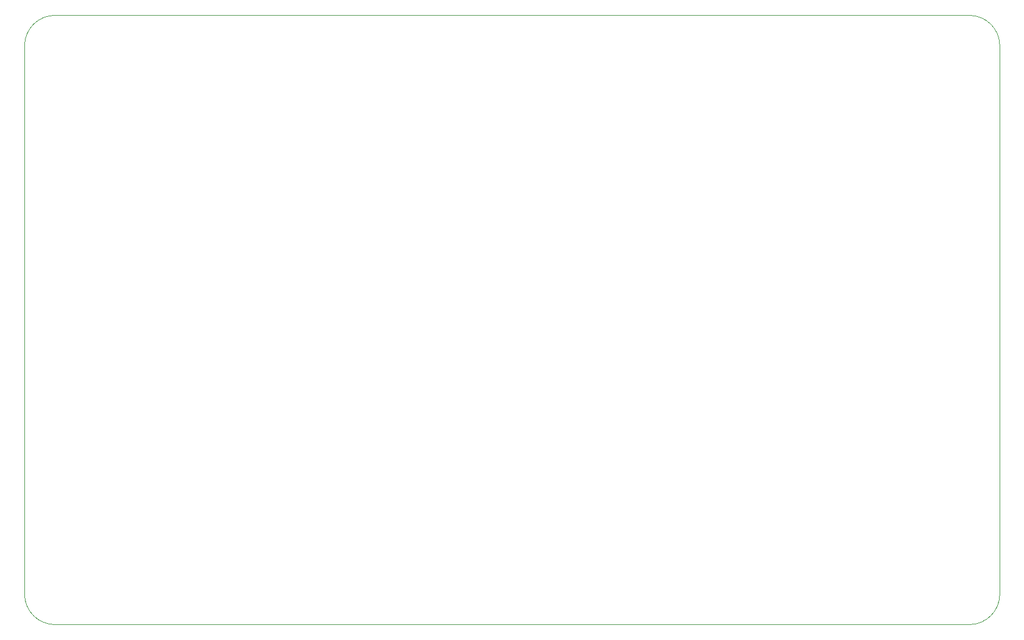
<source format=gbr>
%TF.GenerationSoftware,KiCad,Pcbnew,5.1.6*%
%TF.CreationDate,2020-10-05T22:52:03-04:00*%
%TF.ProjectId,flowerpower,666c6f77-6572-4706-9f77-65722e6b6963,rev?*%
%TF.SameCoordinates,Original*%
%TF.FileFunction,Profile,NP*%
%FSLAX46Y46*%
G04 Gerber Fmt 4.6, Leading zero omitted, Abs format (unit mm)*
G04 Created by KiCad (PCBNEW 5.1.6) date 2020-10-05 22:52:03*
%MOMM*%
%LPD*%
G01*
G04 APERTURE LIST*
%TA.AperFunction,Profile*%
%ADD10C,0.050000*%
%TD*%
G04 APERTURE END LIST*
D10*
X86995000Y-139065000D02*
X220345000Y-139065000D01*
X82550000Y-54610000D02*
X82550000Y-134620000D01*
X220345000Y-50165000D02*
X86995000Y-50165000D01*
X224790000Y-134620000D02*
X224790000Y-54610000D01*
X224790000Y-134620000D02*
G75*
G02*
X220345000Y-139065000I-4445000J0D01*
G01*
X86995000Y-139065000D02*
G75*
G02*
X82550000Y-134620000I0J4445000D01*
G01*
X220345000Y-50165000D02*
G75*
G02*
X224790000Y-54610000I0J-4445000D01*
G01*
X82550000Y-54610000D02*
G75*
G02*
X86995000Y-50165000I4445000J0D01*
G01*
M02*

</source>
